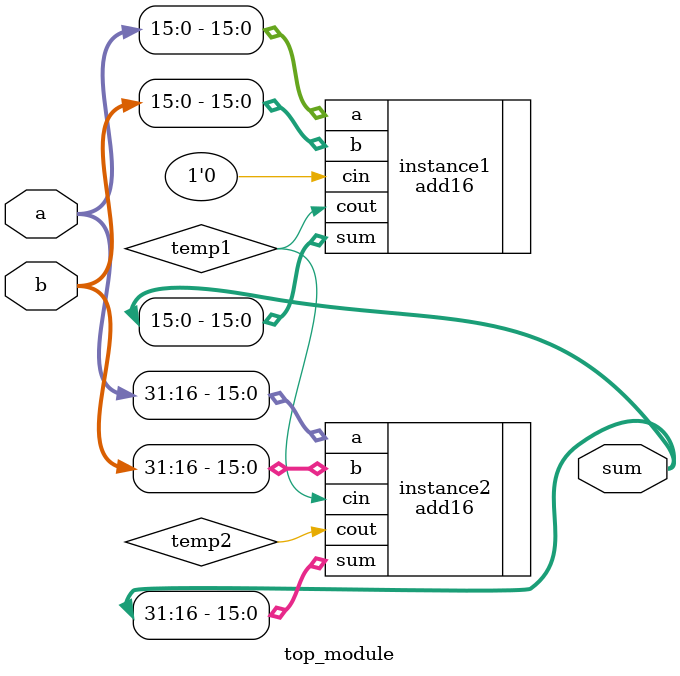
<source format=v>
module top_module(
    input [31:0] a,
    input [31:0] b,
    output [31:0] sum
);
    wire temp1, temp2;
    add16 instance1(.a(a[15:0]), .b(b[15:0]), .cin(1'b0), .sum(sum[15:0]), .cout(temp1));
    add16 instance2(.a(a[31:16]), .b(b[31:16]), .cin(temp1), .sum(sum[31:16]), .cout(temp2)); 
endmodule
</source>
